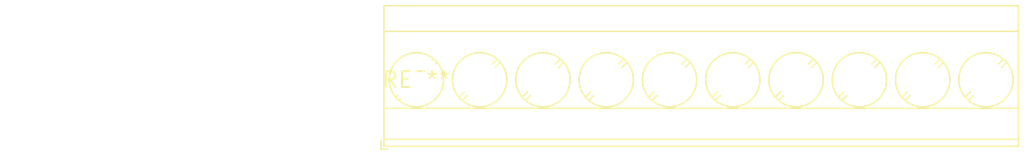
<source format=kicad_pcb>
(kicad_pcb (version 20240108) (generator pcbnew)
  (layers (0 "F.Cu" signal) (31 "B.Cu" signal) (34 "B.Paste" user) (35 "F.Paste" user) (36 "B.SilkS" user "B.Silkscreen") (37 "F.SilkS" user "F.Silkscreen") (38 "B.Mask" user) (39 "F.Mask" user) (44 "Edge.Cuts" user))
  (net 0 "")
  (footprint "TerminalBlock_Phoenix_MKDS-3-10-5.08_1x10_P5.08mm_Horizontal" (layer "F.Cu") (at 0 0)
    (property "Reference" "REF**")
    (property "Value" "TerminalBlock_Phoenix_MKDS-3-10-5.08_1x10_P5.08mm_Horizontal")
    (fp_line (start -2.84 4.86) (end -2.84 5.6) (layer "F.SilkS") (stroke (width 0.12)))
    (fp_line (start -2.84 5.6) (end -2.34 5.6) (layer "F.SilkS") (stroke (width 0.12)))
    (fp_line (start -2.6 -5.96) (end -2.6 5.36) (layer "F.SilkS") (stroke (width 0.12)))
    (fp_line (start -2.6 -5.96) (end 48.32 -5.96) (layer "F.SilkS") (stroke (width 0.12)))
    (fp_line (start -2.6 -3.9) (end 48.32 -3.9) (layer "F.SilkS") (stroke (width 0.12)))
    (fp_line (start -2.6 2.3) (end 48.32 2.3) (layer "F.SilkS") (stroke (width 0.12)))
    (fp_line (start -2.6 4.8) (end 48.32 4.8) (layer "F.SilkS") (stroke (width 0.12)))
    (fp_line (start -2.6 5.36) (end 48.32 5.36) (layer "F.SilkS") (stroke (width 0.12)))
    (fp_line (start -1.548 1.281) (end -1.654 1.388) (layer "F.SilkS") (stroke (width 0.12)))
    (fp_line (start -1.282 1.547) (end -1.388 1.654) (layer "F.SilkS") (stroke (width 0.12)))
    (fp_line (start 1.388 -1.654) (end 1.281 -1.547) (layer "F.SilkS") (stroke (width 0.12)))
    (fp_line (start 1.654 -1.388) (end 1.547 -1.281) (layer "F.SilkS") (stroke (width 0.12)))
    (fp_line (start 3.822 0.992) (end 3.427 1.388) (layer "F.SilkS") (stroke (width 0.12)))
    (fp_line (start 4.073 1.274) (end 3.693 1.654) (layer "F.SilkS") (stroke (width 0.12)))
    (fp_line (start 6.468 -1.654) (end 6.088 -1.274) (layer "F.SilkS") (stroke (width 0.12)))
    (fp_line (start 6.734 -1.388) (end 6.339 -0.992) (layer "F.SilkS") (stroke (width 0.12)))
    (fp_line (start 8.902 0.992) (end 8.507 1.388) (layer "F.SilkS") (stroke (width 0.12)))
    (fp_line (start 9.153 1.274) (end 8.773 1.654) (layer "F.SilkS") (stroke (width 0.12)))
    (fp_line (start 11.548 -1.654) (end 11.168 -1.274) (layer "F.SilkS") (stroke (width 0.12)))
    (fp_line (start 11.814 -1.388) (end 11.419 -0.992) (layer "F.SilkS") (stroke (width 0.12)))
    (fp_line (start 13.982 0.992) (end 13.587 1.388) (layer "F.SilkS") (stroke (width 0.12)))
    (fp_line (start 14.233 1.274) (end 13.853 1.654) (layer "F.SilkS") (stroke (width 0.12)))
    (fp_line (start 16.628 -1.654) (end 16.248 -1.274) (layer "F.SilkS") (stroke (width 0.12)))
    (fp_line (start 16.894 -1.388) (end 16.499 -0.992) (layer "F.SilkS") (stroke (width 0.12)))
    (fp_line (start 19.062 0.992) (end 18.667 1.388) (layer "F.SilkS") (stroke (width 0.12)))
    (fp_line (start 19.313 1.274) (end 18.933 1.654) (layer "F.SilkS") (stroke (width 0.12)))
    (fp_line (start 21.708 -1.654) (end 21.328 -1.274) (layer "F.SilkS") (stroke (width 0.12)))
    (fp_line (start 21.974 -1.388) (end 21.579 -0.992) (layer "F.SilkS") (stroke (width 0.12)))
    (fp_line (start 24.142 0.992) (end 23.747 1.388) (layer "F.SilkS") (stroke (width 0.12)))
    (fp_line (start 24.393 1.274) (end 24.013 1.654) (layer "F.SilkS") (stroke (width 0.12)))
    (fp_line (start 26.788 -1.654) (end 26.408 -1.274) (layer "F.SilkS") (stroke (width 0.12)))
    (fp_line (start 27.054 -1.388) (end 26.659 -0.992) (layer "F.SilkS") (stroke (width 0.12)))
    (fp_line (start 29.222 0.992) (end 28.827 1.388) (layer "F.SilkS") (stroke (width 0.12)))
    (fp_line (start 29.473 1.274) (end 29.093 1.654) (layer "F.SilkS") (stroke (width 0.12)))
    (fp_line (start 31.868 -1.654) (end 31.488 -1.274) (layer "F.SilkS") (stroke (width 0.12)))
    (fp_line (start 32.134 -1.388) (end 31.739 -0.992) (layer "F.SilkS") (stroke (width 0.12)))
    (fp_line (start 34.302 0.992) (end 33.907 1.388) (layer "F.SilkS") (stroke (width 0.12)))
    (fp_line (start 34.553 1.274) (end 34.173 1.654) (layer "F.SilkS") (stroke (width 0.12)))
    (fp_line (start 36.948 -1.654) (end 36.568 -1.274) (layer "F.SilkS") (stroke (width 0.12)))
    (fp_line (start 37.214 -1.388) (end 36.819 -0.992) (layer "F.SilkS") (stroke (width 0.12)))
    (fp_line (start 39.382 0.992) (end 38.987 1.388) (layer "F.SilkS") (stroke (width 0.12)))
    (fp_line (start 39.633 1.274) (end 39.253 1.654) (layer "F.SilkS") (stroke (width 0.12)))
    (fp_line (start 42.028 -1.654) (end 41.648 -1.274) (layer "F.SilkS") (stroke (width 0.12)))
    (fp_line (start 42.294 -1.388) (end 41.899 -0.992) (layer "F.SilkS") (stroke (width 0.12)))
    (fp_line (start 44.462 0.992) (end 44.067 1.388) (layer "F.SilkS") (stroke (width 0.12)))
    (fp_line (start 44.713 1.274) (end 44.333 1.654) (layer "F.SilkS") (stroke (width 0.12)))
    (fp_line (start 47.108 -1.654) (end 46.728 -1.274) (layer "F.SilkS") (stroke (width 0.12)))
    (fp_line (start 47.374 -1.388) (end 46.979 -0.992) (layer "F.SilkS") (stroke (width 0.12)))
    (fp_line (start 48.32 -5.96) (end 48.32 5.36) (layer "F.SilkS") (stroke (width 0.12)))
    (fp_circle (center 0 0) (end 2.18 0) (layer "F.SilkS") (stroke (width 0.12)) (fill none))
    (fp_circle (center 5.08 0) (end 7.26 0) (layer "F.SilkS") (stroke (width 0.12)) (fill none))
    (fp_circle (center 10.16 0) (end 12.34 0) (layer "F.SilkS") (stroke (width 0.12)) (fill none))
    (fp_circle (center 15.24 0) (end 17.42 0) (layer "F.SilkS") (stroke (width 0.12)) (fill none))
    (fp_circle (center 20.32 0) (end 22.5 0) (layer "F.SilkS") (stroke (width 0.12)) (fill none))
    (fp_circle (center 25.4 0) (end 27.58 0) (layer "F.SilkS") (stroke (width 0.12)) (fill none))
    (fp_circle (center 30.48 0) (end 32.66 0) (layer "F.SilkS") (stroke (width 0.12)) (fill none))
    (fp_circle (center 35.56 0) (end 37.74 0) (layer "F.SilkS") (stroke (width 0.12)) (fill none))
    (fp_circle (center 40.64 0) (end 42.82 0) (layer "F.SilkS") (stroke (width 0.12)) (fill none))
    (fp_circle (center 45.72 0) (end 47.9 0) (layer "F.SilkS") (stroke (width 0.12)) (fill none))
    (pad "1" thru_hole rect (at 0 0) (size 2.6 2.6) (drill 1.3) (layers *.Cu *.Mask) (remove_unused_layers))
    (pad "2" thru_hole circle (at 5.08 0) (size 2.6 2.6) (drill 1.3) (layers *.Cu *.Mask) (remove_unused_layers))
    (pad "3" thru_hole circle (at 10.16 0) (size 2.6 2.6) (drill 1.3) (layers *.Cu *.Mask) (remove_unused_layers))
    (pad "4" thru_hole circle (at 15.24 0) (size 2.6 2.6) (drill 1.3) (layers *.Cu *.Mask) (remove_unused_layers))
    (pad "5" thru_hole circle (at 20.32 0) (size 2.6 2.6) (drill 1.3) (layers *.Cu *.Mask) (remove_unused_layers))
    (pad "6" thru_hole circle (at 25.4 0) (size 2.6 2.6) (drill 1.3) (layers *.Cu *.Mask) (remove_unused_layers))
    (pad "7" thru_hole circle (at 30.48 0) (size 2.6 2.6) (drill 1.3) (layers *.Cu *.Mask) (remove_unused_layers))
    (pad "8" thru_hole circle (at 35.56 0) (size 2.6 2.6) (drill 1.3) (layers *.Cu *.Mask) (remove_unused_layers))
    (pad "9" thru_hole circle (at 40.64 0) (size 2.6 2.6) (drill 1.3) (layers *.Cu *.Mask) (remove_unused_layers))
    (pad "10" thru_hole circle (at 45.72 0) (size 2.6 2.6) (drill 1.3) (layers *.Cu *.Mask) (remove_unused_layers))
  )
)
</source>
